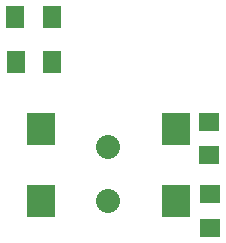
<source format=gtp>
G04 MADE WITH FRITZING*
G04 WWW.FRITZING.ORG*
G04 DOUBLE SIDED*
G04 HOLES PLATED*
G04 CONTOUR ON CENTER OF CONTOUR VECTOR*
%ASAXBY*%
%FSLAX23Y23*%
%MOIN*%
%OFA0B0*%
%SFA1.0B1.0*%
%ADD10C,0.080000*%
%ADD11R,0.094488X0.110236*%
%ADD12R,0.070866X0.062992*%
%ADD13R,0.062992X0.074803*%
%LNPASTEMASK1*%
G90*
G70*
G54D10*
X569Y159D03*
X569Y339D03*
X569Y159D03*
X569Y339D03*
G54D11*
X345Y159D03*
X794Y159D03*
X345Y399D03*
X794Y399D03*
G54D12*
X905Y313D03*
X905Y423D03*
X908Y71D03*
X908Y182D03*
G54D13*
X261Y624D03*
X383Y624D03*
X258Y774D03*
X381Y774D03*
G04 End of PasteMask1*
M02*
</source>
